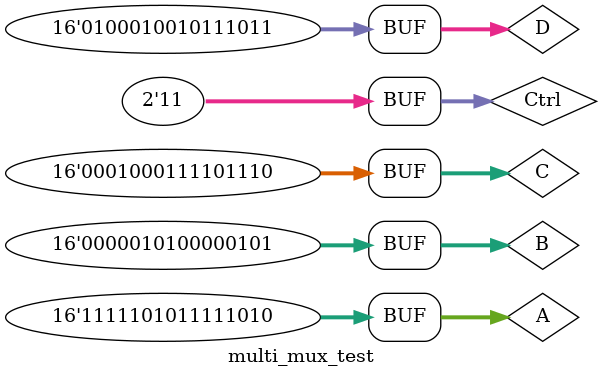
<source format=v>
`timescale 1ns / 1ps

module multi_mux_test;

	// Inputs
	reg [15:0] A;
	reg [15:0] B;
	reg [15:0] C;
	reg [15:0] D;
	reg [1:0] Ctrl;

	// Outputs
	wire [15:0] S;

	// Instantiate the Unit Under Test (UUT)
	multi_mux4
		#(.N(16))
	uut 
	(
		.A(A), 
		.B(B), 
		.C(C),
		.D(D),
		.Ctrl(Ctrl), 
		.S(S)
	);

	initial begin
		A = 16'hFAFA;
		B = 16'h0505;
		C = 16'h11EE;
		D = 16'h44BB;
		Ctrl = 0;
		#100;
		Ctrl = 1;
		#100;
		Ctrl = 2;
		#100;
		Ctrl = 3;
	end
      
endmodule


</source>
